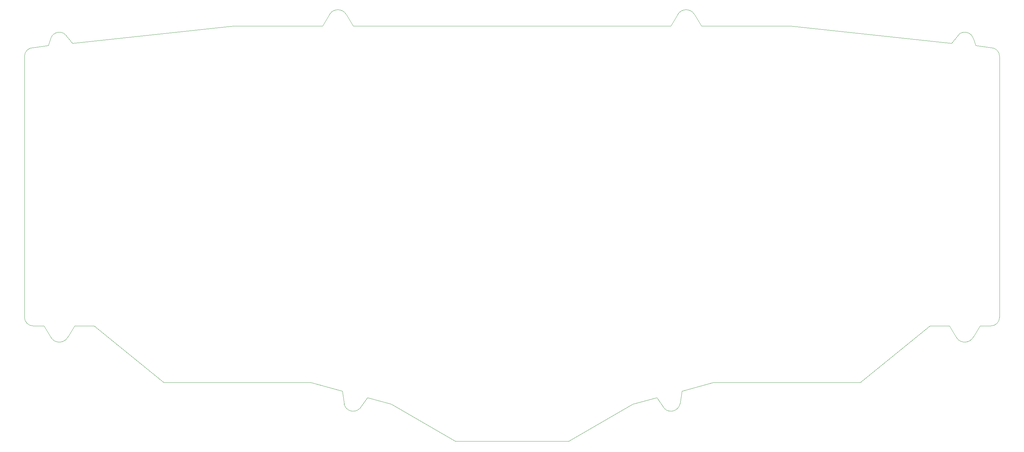
<source format=gbr>
G04 #@! TF.GenerationSoftware,KiCad,Pcbnew,(5.1.4-0)*
G04 #@! TF.CreationDate,2021-10-17T15:00:13-05:00*
G04 #@! TF.ProjectId,bottom_plate,626f7474-6f6d-45f7-906c-6174652e6b69,rev?*
G04 #@! TF.SameCoordinates,Original*
G04 #@! TF.FileFunction,Profile,NP*
%FSLAX46Y46*%
G04 Gerber Fmt 4.6, Leading zero omitted, Abs format (unit mm)*
G04 Created by KiCad (PCBNEW (5.1.4-0)) date 2021-10-17 15:00:13*
%MOMM*%
%LPD*%
G04 APERTURE LIST*
%ADD10C,0.050000*%
G04 APERTURE END LIST*
D10*
X292896116Y-172641350D02*
X311945285Y-157163160D01*
X317303065Y-157162800D02*
X311945285Y-157163160D01*
X237233110Y-176807916D02*
X230684678Y-178593852D01*
X239316602Y-179785126D02*
X237233110Y-176807916D01*
X213123282Y-188714389D02*
X230684678Y-178593852D01*
X244079198Y-175021980D02*
X252711222Y-172641370D01*
X243579191Y-178494517D02*
X244079198Y-175021980D01*
X252711222Y-172640732D02*
X292895346Y-172640732D01*
X243578673Y-178494411D02*
G75*
G02X239316702Y-179784476I-2476132J495224D01*
G01*
X64294028Y-83343988D02*
G75*
G02X66675280Y-80962736I2381252J0D01*
G01*
X71438936Y-78581484D02*
X70843475Y-80367423D01*
X70843475Y-80367423D02*
X66675280Y-80962736D01*
X142579066Y-172640732D02*
X102394180Y-172641350D01*
X151711097Y-178494517D02*
X151211090Y-175021980D01*
X151711615Y-178494411D02*
G75*
G03X155973586Y-179784476I2476132J495224D01*
G01*
X182167006Y-188714389D02*
X164605610Y-178593852D01*
X151211090Y-175021980D02*
X142579066Y-172641370D01*
X158057178Y-176807916D02*
X164605610Y-178593852D01*
X155973686Y-179785126D02*
X158057178Y-176807916D01*
X323851506Y-160139365D02*
G75*
G02X319089005Y-160139364I-2381250J1190626D01*
G01*
X323851507Y-160139365D02*
X325637447Y-157162800D01*
X319089004Y-160139365D02*
X317303065Y-157162800D01*
X76201290Y-160139365D02*
G75*
G02X71438789Y-160139364I-2381250J1190626D01*
G01*
X76201291Y-160139365D02*
X77987231Y-157162800D01*
X71438788Y-160139365D02*
X69652849Y-157162800D01*
X145852913Y-75009606D02*
X121445080Y-75009606D01*
X75555848Y-77440993D02*
G75*
G03X71438788Y-78581484I-1735652J-1735804D01*
G01*
X75555848Y-77440993D02*
X77391918Y-79772090D01*
X152401356Y-72033041D02*
X154187295Y-75009606D01*
X147638854Y-72033041D02*
G75*
G02X152401355Y-72033042I2381250J-1190626D01*
G01*
X147638853Y-72033041D02*
X145852913Y-75009606D01*
X247651444Y-72033041D02*
X249437383Y-75009606D01*
X242888941Y-72033041D02*
X241103001Y-75009606D01*
X242888942Y-72033041D02*
G75*
G02X247651443Y-72033042I2381250J-1190626D01*
G01*
X319734448Y-77440993D02*
X317898378Y-79772090D01*
X249437383Y-75009606D02*
X273845216Y-75009606D01*
X324446821Y-80367423D02*
X328614012Y-80962736D01*
X273845216Y-75009606D02*
X317898378Y-79772090D01*
X77987231Y-157162800D02*
X83345285Y-157163160D01*
X69652849Y-157162800D02*
X66675280Y-157163160D01*
X102394180Y-172641350D02*
X83345285Y-157163160D01*
X66675280Y-157163160D02*
G75*
G02X64294028Y-154781908I0J2381252D01*
G01*
X328614012Y-80962736D02*
G75*
G02X330995264Y-83343988I0J-2381252D01*
G01*
X330995288Y-154781484D02*
G75*
G02X328614036Y-157162736I-2381252J0D01*
G01*
X213123282Y-188714389D02*
X182167006Y-188714156D01*
X328614036Y-157162736D02*
X325637447Y-157162800D01*
X323851360Y-78581484D02*
X324446821Y-80367423D01*
X319734448Y-77440993D02*
G75*
G02X323851508Y-78581484I1735652J-1735804D01*
G01*
X154187295Y-75009606D02*
X241103001Y-75009606D01*
X77391918Y-79772090D02*
X121445080Y-75009606D01*
X330995288Y-154781484D02*
X330995264Y-83343988D01*
X64294028Y-83343988D02*
X64294020Y-154781900D01*
M02*

</source>
